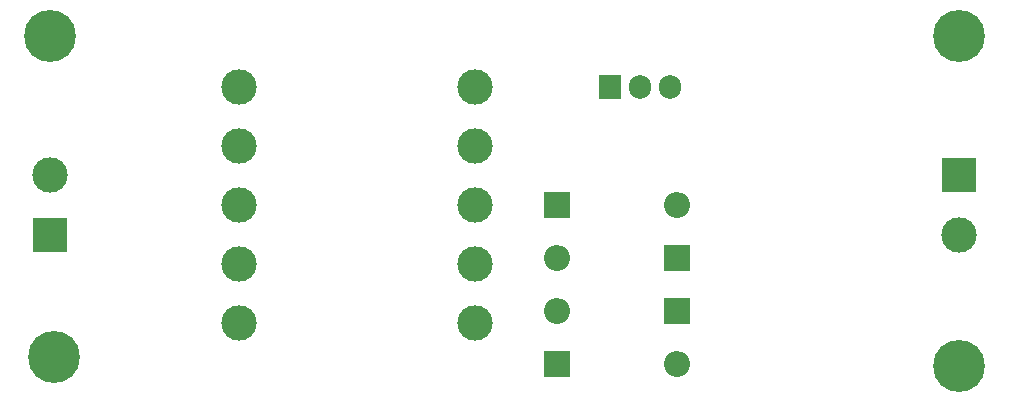
<source format=gbr>
%TF.GenerationSoftware,KiCad,Pcbnew,8.0.7*%
%TF.CreationDate,2025-08-07T00:01:01+05:30*%
%TF.ProjectId,Power_Supply,506f7765-725f-4537-9570-706c792e6b69,rev?*%
%TF.SameCoordinates,Original*%
%TF.FileFunction,Soldermask,Bot*%
%TF.FilePolarity,Negative*%
%FSLAX46Y46*%
G04 Gerber Fmt 4.6, Leading zero omitted, Abs format (unit mm)*
G04 Created by KiCad (PCBNEW 8.0.7) date 2025-08-07 00:01:01*
%MOMM*%
%LPD*%
G01*
G04 APERTURE LIST*
%ADD10C,0.700000*%
%ADD11C,4.400000*%
%ADD12R,1.905000X2.000000*%
%ADD13O,1.905000X2.000000*%
%ADD14C,3.000000*%
%ADD15R,3.000000X3.000000*%
%ADD16R,2.200000X2.200000*%
%ADD17O,2.200000X2.200000*%
G04 APERTURE END LIST*
D10*
%TO.C,H4*%
X182150000Y-97166726D03*
X181666726Y-98333452D03*
X181666726Y-96000000D03*
X180500000Y-98816726D03*
D11*
X180500000Y-97166726D03*
D10*
X180500000Y-95516726D03*
X179333274Y-98333452D03*
X179333274Y-96000000D03*
X178850000Y-97166726D03*
%TD*%
%TO.C,H3*%
X105483274Y-96333274D03*
X105000000Y-97500000D03*
X105000000Y-95166548D03*
X103833274Y-97983274D03*
D11*
X103833274Y-96333274D03*
D10*
X103833274Y-94683274D03*
X102666548Y-97500000D03*
X102666548Y-95166548D03*
X102183274Y-96333274D03*
%TD*%
%TO.C,H2*%
X182150000Y-69150000D03*
X181666726Y-70316726D03*
X181666726Y-67983274D03*
X180500000Y-70800000D03*
D11*
X180500000Y-69150000D03*
D10*
X180500000Y-67500000D03*
X179333274Y-70316726D03*
X179333274Y-67983274D03*
X178850000Y-69150000D03*
%TD*%
%TO.C,H1*%
X105150000Y-69166726D03*
X104666726Y-70333452D03*
X104666726Y-68000000D03*
X103500000Y-70816726D03*
D11*
X103500000Y-69166726D03*
D10*
X103500000Y-67516726D03*
X102333274Y-70333452D03*
X102333274Y-68000000D03*
X101850000Y-69166726D03*
%TD*%
D12*
%TO.C,U1*%
X150920000Y-73500000D03*
D13*
X153460000Y-73500000D03*
X156000000Y-73500000D03*
%TD*%
D14*
%TO.C,T1*%
X139500000Y-93500000D03*
X139500000Y-88500000D03*
X139500000Y-83500000D03*
X139500000Y-78500000D03*
X139500000Y-73500000D03*
X119500000Y-73500000D03*
X119500000Y-78500000D03*
X119500000Y-83500000D03*
X119500000Y-88500000D03*
X119500000Y-93500000D03*
%TD*%
%TO.C,J2*%
X180500000Y-86040000D03*
D15*
X180500000Y-80960000D03*
%TD*%
D14*
%TO.C,J1*%
X103500000Y-80960000D03*
D15*
X103500000Y-86040000D03*
%TD*%
D16*
%TO.C,D4*%
X156580000Y-92500000D03*
D17*
X146420000Y-92500000D03*
%TD*%
D16*
%TO.C,D3*%
X156580000Y-88000000D03*
D17*
X146420000Y-88000000D03*
%TD*%
D16*
%TO.C,D2*%
X146420000Y-97000000D03*
D17*
X156580000Y-97000000D03*
%TD*%
D16*
%TO.C,D1*%
X146420000Y-83500000D03*
D17*
X156580000Y-83500000D03*
%TD*%
M02*

</source>
